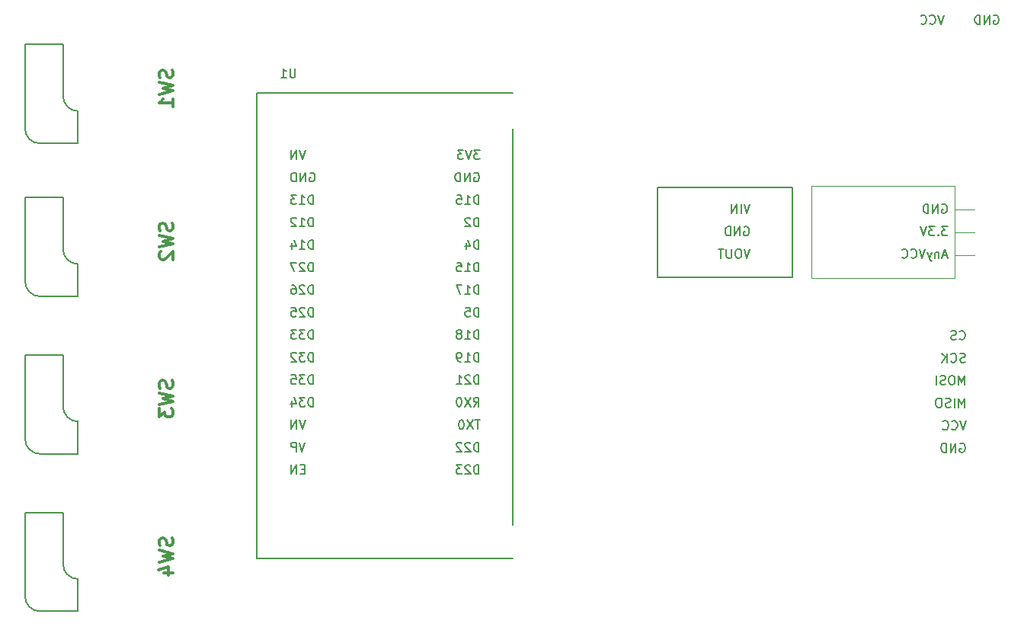
<source format=gbr>
%TF.GenerationSoftware,KiCad,Pcbnew,9.0.0*%
%TF.CreationDate,2025-03-21T00:34:27+09:00*%
%TF.ProjectId,osuino_v1,6f737569-6e6f-45f7-9631-2e6b69636164,rev?*%
%TF.SameCoordinates,Original*%
%TF.FileFunction,Legend,Bot*%
%TF.FilePolarity,Positive*%
%FSLAX46Y46*%
G04 Gerber Fmt 4.6, Leading zero omitted, Abs format (unit mm)*
G04 Created by KiCad (PCBNEW 9.0.0) date 2025-03-21 00:34:27*
%MOMM*%
%LPD*%
G01*
G04 APERTURE LIST*
%ADD10C,0.150000*%
%ADD11C,0.304800*%
%ADD12C,0.120000*%
G04 APERTURE END LIST*
D10*
X118000000Y-124780000D02*
X118000000Y-73010000D01*
X146450000Y-124780000D02*
X118000000Y-124780000D01*
X146450000Y-77000000D02*
X146450000Y-121000000D01*
X118000000Y-73010000D02*
X146450000Y-73010000D01*
X162500000Y-83500000D02*
X177500000Y-83500000D01*
X177500000Y-93500000D01*
X162500000Y-93500000D01*
X162500000Y-83500000D01*
X124265350Y-90369819D02*
X124265350Y-89369819D01*
X124265350Y-89369819D02*
X124027255Y-89369819D01*
X124027255Y-89369819D02*
X123884398Y-89417438D01*
X123884398Y-89417438D02*
X123789160Y-89512676D01*
X123789160Y-89512676D02*
X123741541Y-89607914D01*
X123741541Y-89607914D02*
X123693922Y-89798390D01*
X123693922Y-89798390D02*
X123693922Y-89941247D01*
X123693922Y-89941247D02*
X123741541Y-90131723D01*
X123741541Y-90131723D02*
X123789160Y-90226961D01*
X123789160Y-90226961D02*
X123884398Y-90322200D01*
X123884398Y-90322200D02*
X124027255Y-90369819D01*
X124027255Y-90369819D02*
X124265350Y-90369819D01*
X122741541Y-90369819D02*
X123312969Y-90369819D01*
X123027255Y-90369819D02*
X123027255Y-89369819D01*
X123027255Y-89369819D02*
X123122493Y-89512676D01*
X123122493Y-89512676D02*
X123217731Y-89607914D01*
X123217731Y-89607914D02*
X123312969Y-89655533D01*
X121884398Y-89703152D02*
X121884398Y-90369819D01*
X122122493Y-89322200D02*
X122360588Y-90036485D01*
X122360588Y-90036485D02*
X121741541Y-90036485D01*
X196139411Y-111997438D02*
X196234649Y-111949819D01*
X196234649Y-111949819D02*
X196377506Y-111949819D01*
X196377506Y-111949819D02*
X196520363Y-111997438D01*
X196520363Y-111997438D02*
X196615601Y-112092676D01*
X196615601Y-112092676D02*
X196663220Y-112187914D01*
X196663220Y-112187914D02*
X196710839Y-112378390D01*
X196710839Y-112378390D02*
X196710839Y-112521247D01*
X196710839Y-112521247D02*
X196663220Y-112711723D01*
X196663220Y-112711723D02*
X196615601Y-112806961D01*
X196615601Y-112806961D02*
X196520363Y-112902200D01*
X196520363Y-112902200D02*
X196377506Y-112949819D01*
X196377506Y-112949819D02*
X196282268Y-112949819D01*
X196282268Y-112949819D02*
X196139411Y-112902200D01*
X196139411Y-112902200D02*
X196091792Y-112854580D01*
X196091792Y-112854580D02*
X196091792Y-112521247D01*
X196091792Y-112521247D02*
X196282268Y-112521247D01*
X195663220Y-112949819D02*
X195663220Y-111949819D01*
X195663220Y-111949819D02*
X195091792Y-112949819D01*
X195091792Y-112949819D02*
X195091792Y-111949819D01*
X194615601Y-112949819D02*
X194615601Y-111949819D01*
X194615601Y-111949819D02*
X194377506Y-111949819D01*
X194377506Y-111949819D02*
X194234649Y-111997438D01*
X194234649Y-111997438D02*
X194139411Y-112092676D01*
X194139411Y-112092676D02*
X194091792Y-112187914D01*
X194091792Y-112187914D02*
X194044173Y-112378390D01*
X194044173Y-112378390D02*
X194044173Y-112521247D01*
X194044173Y-112521247D02*
X194091792Y-112711723D01*
X194091792Y-112711723D02*
X194139411Y-112806961D01*
X194139411Y-112806961D02*
X194234649Y-112902200D01*
X194234649Y-112902200D02*
X194377506Y-112949819D01*
X194377506Y-112949819D02*
X194615601Y-112949819D01*
X124265350Y-105369819D02*
X124265350Y-104369819D01*
X124265350Y-104369819D02*
X124027255Y-104369819D01*
X124027255Y-104369819D02*
X123884398Y-104417438D01*
X123884398Y-104417438D02*
X123789160Y-104512676D01*
X123789160Y-104512676D02*
X123741541Y-104607914D01*
X123741541Y-104607914D02*
X123693922Y-104798390D01*
X123693922Y-104798390D02*
X123693922Y-104941247D01*
X123693922Y-104941247D02*
X123741541Y-105131723D01*
X123741541Y-105131723D02*
X123789160Y-105226961D01*
X123789160Y-105226961D02*
X123884398Y-105322200D01*
X123884398Y-105322200D02*
X124027255Y-105369819D01*
X124027255Y-105369819D02*
X124265350Y-105369819D01*
X123360588Y-104369819D02*
X122741541Y-104369819D01*
X122741541Y-104369819D02*
X123074874Y-104750771D01*
X123074874Y-104750771D02*
X122932017Y-104750771D01*
X122932017Y-104750771D02*
X122836779Y-104798390D01*
X122836779Y-104798390D02*
X122789160Y-104846009D01*
X122789160Y-104846009D02*
X122741541Y-104941247D01*
X122741541Y-104941247D02*
X122741541Y-105179342D01*
X122741541Y-105179342D02*
X122789160Y-105274580D01*
X122789160Y-105274580D02*
X122836779Y-105322200D01*
X122836779Y-105322200D02*
X122932017Y-105369819D01*
X122932017Y-105369819D02*
X123217731Y-105369819D01*
X123217731Y-105369819D02*
X123312969Y-105322200D01*
X123312969Y-105322200D02*
X123360588Y-105274580D01*
X121836779Y-104369819D02*
X122312969Y-104369819D01*
X122312969Y-104369819D02*
X122360588Y-104846009D01*
X122360588Y-104846009D02*
X122312969Y-104798390D01*
X122312969Y-104798390D02*
X122217731Y-104750771D01*
X122217731Y-104750771D02*
X121979636Y-104750771D01*
X121979636Y-104750771D02*
X121884398Y-104798390D01*
X121884398Y-104798390D02*
X121836779Y-104846009D01*
X121836779Y-104846009D02*
X121789160Y-104941247D01*
X121789160Y-104941247D02*
X121789160Y-105179342D01*
X121789160Y-105179342D02*
X121836779Y-105274580D01*
X121836779Y-105274580D02*
X121884398Y-105322200D01*
X121884398Y-105322200D02*
X121979636Y-105369819D01*
X121979636Y-105369819D02*
X122217731Y-105369819D01*
X122217731Y-105369819D02*
X122312969Y-105322200D01*
X122312969Y-105322200D02*
X122360588Y-105274580D01*
X196710839Y-102902200D02*
X196567982Y-102949819D01*
X196567982Y-102949819D02*
X196329887Y-102949819D01*
X196329887Y-102949819D02*
X196234649Y-102902200D01*
X196234649Y-102902200D02*
X196187030Y-102854580D01*
X196187030Y-102854580D02*
X196139411Y-102759342D01*
X196139411Y-102759342D02*
X196139411Y-102664104D01*
X196139411Y-102664104D02*
X196187030Y-102568866D01*
X196187030Y-102568866D02*
X196234649Y-102521247D01*
X196234649Y-102521247D02*
X196329887Y-102473628D01*
X196329887Y-102473628D02*
X196520363Y-102426009D01*
X196520363Y-102426009D02*
X196615601Y-102378390D01*
X196615601Y-102378390D02*
X196663220Y-102330771D01*
X196663220Y-102330771D02*
X196710839Y-102235533D01*
X196710839Y-102235533D02*
X196710839Y-102140295D01*
X196710839Y-102140295D02*
X196663220Y-102045057D01*
X196663220Y-102045057D02*
X196615601Y-101997438D01*
X196615601Y-101997438D02*
X196520363Y-101949819D01*
X196520363Y-101949819D02*
X196282268Y-101949819D01*
X196282268Y-101949819D02*
X196139411Y-101997438D01*
X195139411Y-102854580D02*
X195187030Y-102902200D01*
X195187030Y-102902200D02*
X195329887Y-102949819D01*
X195329887Y-102949819D02*
X195425125Y-102949819D01*
X195425125Y-102949819D02*
X195567982Y-102902200D01*
X195567982Y-102902200D02*
X195663220Y-102806961D01*
X195663220Y-102806961D02*
X195710839Y-102711723D01*
X195710839Y-102711723D02*
X195758458Y-102521247D01*
X195758458Y-102521247D02*
X195758458Y-102378390D01*
X195758458Y-102378390D02*
X195710839Y-102187914D01*
X195710839Y-102187914D02*
X195663220Y-102092676D01*
X195663220Y-102092676D02*
X195567982Y-101997438D01*
X195567982Y-101997438D02*
X195425125Y-101949819D01*
X195425125Y-101949819D02*
X195329887Y-101949819D01*
X195329887Y-101949819D02*
X195187030Y-101997438D01*
X195187030Y-101997438D02*
X195139411Y-102045057D01*
X194710839Y-102949819D02*
X194710839Y-101949819D01*
X194139411Y-102949819D02*
X194567982Y-102378390D01*
X194139411Y-101949819D02*
X194710839Y-102521247D01*
X124265350Y-92869819D02*
X124265350Y-91869819D01*
X124265350Y-91869819D02*
X124027255Y-91869819D01*
X124027255Y-91869819D02*
X123884398Y-91917438D01*
X123884398Y-91917438D02*
X123789160Y-92012676D01*
X123789160Y-92012676D02*
X123741541Y-92107914D01*
X123741541Y-92107914D02*
X123693922Y-92298390D01*
X123693922Y-92298390D02*
X123693922Y-92441247D01*
X123693922Y-92441247D02*
X123741541Y-92631723D01*
X123741541Y-92631723D02*
X123789160Y-92726961D01*
X123789160Y-92726961D02*
X123884398Y-92822200D01*
X123884398Y-92822200D02*
X124027255Y-92869819D01*
X124027255Y-92869819D02*
X124265350Y-92869819D01*
X123312969Y-91965057D02*
X123265350Y-91917438D01*
X123265350Y-91917438D02*
X123170112Y-91869819D01*
X123170112Y-91869819D02*
X122932017Y-91869819D01*
X122932017Y-91869819D02*
X122836779Y-91917438D01*
X122836779Y-91917438D02*
X122789160Y-91965057D01*
X122789160Y-91965057D02*
X122741541Y-92060295D01*
X122741541Y-92060295D02*
X122741541Y-92155533D01*
X122741541Y-92155533D02*
X122789160Y-92298390D01*
X122789160Y-92298390D02*
X123360588Y-92869819D01*
X123360588Y-92869819D02*
X122741541Y-92869819D01*
X122408207Y-91869819D02*
X121741541Y-91869819D01*
X121741541Y-91869819D02*
X122170112Y-92869819D01*
X124265350Y-107869819D02*
X124265350Y-106869819D01*
X124265350Y-106869819D02*
X124027255Y-106869819D01*
X124027255Y-106869819D02*
X123884398Y-106917438D01*
X123884398Y-106917438D02*
X123789160Y-107012676D01*
X123789160Y-107012676D02*
X123741541Y-107107914D01*
X123741541Y-107107914D02*
X123693922Y-107298390D01*
X123693922Y-107298390D02*
X123693922Y-107441247D01*
X123693922Y-107441247D02*
X123741541Y-107631723D01*
X123741541Y-107631723D02*
X123789160Y-107726961D01*
X123789160Y-107726961D02*
X123884398Y-107822200D01*
X123884398Y-107822200D02*
X124027255Y-107869819D01*
X124027255Y-107869819D02*
X124265350Y-107869819D01*
X123360588Y-106869819D02*
X122741541Y-106869819D01*
X122741541Y-106869819D02*
X123074874Y-107250771D01*
X123074874Y-107250771D02*
X122932017Y-107250771D01*
X122932017Y-107250771D02*
X122836779Y-107298390D01*
X122836779Y-107298390D02*
X122789160Y-107346009D01*
X122789160Y-107346009D02*
X122741541Y-107441247D01*
X122741541Y-107441247D02*
X122741541Y-107679342D01*
X122741541Y-107679342D02*
X122789160Y-107774580D01*
X122789160Y-107774580D02*
X122836779Y-107822200D01*
X122836779Y-107822200D02*
X122932017Y-107869819D01*
X122932017Y-107869819D02*
X123217731Y-107869819D01*
X123217731Y-107869819D02*
X123312969Y-107822200D01*
X123312969Y-107822200D02*
X123360588Y-107774580D01*
X121884398Y-107203152D02*
X121884398Y-107869819D01*
X122122493Y-106822200D02*
X122360588Y-107536485D01*
X122360588Y-107536485D02*
X121741541Y-107536485D01*
X124265350Y-87869819D02*
X124265350Y-86869819D01*
X124265350Y-86869819D02*
X124027255Y-86869819D01*
X124027255Y-86869819D02*
X123884398Y-86917438D01*
X123884398Y-86917438D02*
X123789160Y-87012676D01*
X123789160Y-87012676D02*
X123741541Y-87107914D01*
X123741541Y-87107914D02*
X123693922Y-87298390D01*
X123693922Y-87298390D02*
X123693922Y-87441247D01*
X123693922Y-87441247D02*
X123741541Y-87631723D01*
X123741541Y-87631723D02*
X123789160Y-87726961D01*
X123789160Y-87726961D02*
X123884398Y-87822200D01*
X123884398Y-87822200D02*
X124027255Y-87869819D01*
X124027255Y-87869819D02*
X124265350Y-87869819D01*
X122741541Y-87869819D02*
X123312969Y-87869819D01*
X123027255Y-87869819D02*
X123027255Y-86869819D01*
X123027255Y-86869819D02*
X123122493Y-87012676D01*
X123122493Y-87012676D02*
X123217731Y-87107914D01*
X123217731Y-87107914D02*
X123312969Y-87155533D01*
X122360588Y-86965057D02*
X122312969Y-86917438D01*
X122312969Y-86917438D02*
X122217731Y-86869819D01*
X122217731Y-86869819D02*
X121979636Y-86869819D01*
X121979636Y-86869819D02*
X121884398Y-86917438D01*
X121884398Y-86917438D02*
X121836779Y-86965057D01*
X121836779Y-86965057D02*
X121789160Y-87060295D01*
X121789160Y-87060295D02*
X121789160Y-87155533D01*
X121789160Y-87155533D02*
X121836779Y-87298390D01*
X121836779Y-87298390D02*
X122408207Y-87869819D01*
X122408207Y-87869819D02*
X121789160Y-87869819D01*
X172806077Y-90369819D02*
X172472744Y-91369819D01*
X172472744Y-91369819D02*
X172139411Y-90369819D01*
X171615601Y-90369819D02*
X171425125Y-90369819D01*
X171425125Y-90369819D02*
X171329887Y-90417438D01*
X171329887Y-90417438D02*
X171234649Y-90512676D01*
X171234649Y-90512676D02*
X171187030Y-90703152D01*
X171187030Y-90703152D02*
X171187030Y-91036485D01*
X171187030Y-91036485D02*
X171234649Y-91226961D01*
X171234649Y-91226961D02*
X171329887Y-91322200D01*
X171329887Y-91322200D02*
X171425125Y-91369819D01*
X171425125Y-91369819D02*
X171615601Y-91369819D01*
X171615601Y-91369819D02*
X171710839Y-91322200D01*
X171710839Y-91322200D02*
X171806077Y-91226961D01*
X171806077Y-91226961D02*
X171853696Y-91036485D01*
X171853696Y-91036485D02*
X171853696Y-90703152D01*
X171853696Y-90703152D02*
X171806077Y-90512676D01*
X171806077Y-90512676D02*
X171710839Y-90417438D01*
X171710839Y-90417438D02*
X171615601Y-90369819D01*
X170758458Y-90369819D02*
X170758458Y-91179342D01*
X170758458Y-91179342D02*
X170710839Y-91274580D01*
X170710839Y-91274580D02*
X170663220Y-91322200D01*
X170663220Y-91322200D02*
X170567982Y-91369819D01*
X170567982Y-91369819D02*
X170377506Y-91369819D01*
X170377506Y-91369819D02*
X170282268Y-91322200D01*
X170282268Y-91322200D02*
X170234649Y-91274580D01*
X170234649Y-91274580D02*
X170187030Y-91179342D01*
X170187030Y-91179342D02*
X170187030Y-90369819D01*
X169853696Y-90369819D02*
X169282268Y-90369819D01*
X169567982Y-91369819D02*
X169567982Y-90369819D01*
X142663220Y-100369819D02*
X142663220Y-99369819D01*
X142663220Y-99369819D02*
X142425125Y-99369819D01*
X142425125Y-99369819D02*
X142282268Y-99417438D01*
X142282268Y-99417438D02*
X142187030Y-99512676D01*
X142187030Y-99512676D02*
X142139411Y-99607914D01*
X142139411Y-99607914D02*
X142091792Y-99798390D01*
X142091792Y-99798390D02*
X142091792Y-99941247D01*
X142091792Y-99941247D02*
X142139411Y-100131723D01*
X142139411Y-100131723D02*
X142187030Y-100226961D01*
X142187030Y-100226961D02*
X142282268Y-100322200D01*
X142282268Y-100322200D02*
X142425125Y-100369819D01*
X142425125Y-100369819D02*
X142663220Y-100369819D01*
X141139411Y-100369819D02*
X141710839Y-100369819D01*
X141425125Y-100369819D02*
X141425125Y-99369819D01*
X141425125Y-99369819D02*
X141520363Y-99512676D01*
X141520363Y-99512676D02*
X141615601Y-99607914D01*
X141615601Y-99607914D02*
X141710839Y-99655533D01*
X140567982Y-99798390D02*
X140663220Y-99750771D01*
X140663220Y-99750771D02*
X140710839Y-99703152D01*
X140710839Y-99703152D02*
X140758458Y-99607914D01*
X140758458Y-99607914D02*
X140758458Y-99560295D01*
X140758458Y-99560295D02*
X140710839Y-99465057D01*
X140710839Y-99465057D02*
X140663220Y-99417438D01*
X140663220Y-99417438D02*
X140567982Y-99369819D01*
X140567982Y-99369819D02*
X140377506Y-99369819D01*
X140377506Y-99369819D02*
X140282268Y-99417438D01*
X140282268Y-99417438D02*
X140234649Y-99465057D01*
X140234649Y-99465057D02*
X140187030Y-99560295D01*
X140187030Y-99560295D02*
X140187030Y-99607914D01*
X140187030Y-99607914D02*
X140234649Y-99703152D01*
X140234649Y-99703152D02*
X140282268Y-99750771D01*
X140282268Y-99750771D02*
X140377506Y-99798390D01*
X140377506Y-99798390D02*
X140567982Y-99798390D01*
X140567982Y-99798390D02*
X140663220Y-99846009D01*
X140663220Y-99846009D02*
X140710839Y-99893628D01*
X140710839Y-99893628D02*
X140758458Y-99988866D01*
X140758458Y-99988866D02*
X140758458Y-100179342D01*
X140758458Y-100179342D02*
X140710839Y-100274580D01*
X140710839Y-100274580D02*
X140663220Y-100322200D01*
X140663220Y-100322200D02*
X140567982Y-100369819D01*
X140567982Y-100369819D02*
X140377506Y-100369819D01*
X140377506Y-100369819D02*
X140282268Y-100322200D01*
X140282268Y-100322200D02*
X140234649Y-100274580D01*
X140234649Y-100274580D02*
X140187030Y-100179342D01*
X140187030Y-100179342D02*
X140187030Y-99988866D01*
X140187030Y-99988866D02*
X140234649Y-99893628D01*
X140234649Y-99893628D02*
X140282268Y-99846009D01*
X140282268Y-99846009D02*
X140377506Y-99798390D01*
X124265350Y-95369819D02*
X124265350Y-94369819D01*
X124265350Y-94369819D02*
X124027255Y-94369819D01*
X124027255Y-94369819D02*
X123884398Y-94417438D01*
X123884398Y-94417438D02*
X123789160Y-94512676D01*
X123789160Y-94512676D02*
X123741541Y-94607914D01*
X123741541Y-94607914D02*
X123693922Y-94798390D01*
X123693922Y-94798390D02*
X123693922Y-94941247D01*
X123693922Y-94941247D02*
X123741541Y-95131723D01*
X123741541Y-95131723D02*
X123789160Y-95226961D01*
X123789160Y-95226961D02*
X123884398Y-95322200D01*
X123884398Y-95322200D02*
X124027255Y-95369819D01*
X124027255Y-95369819D02*
X124265350Y-95369819D01*
X123312969Y-94465057D02*
X123265350Y-94417438D01*
X123265350Y-94417438D02*
X123170112Y-94369819D01*
X123170112Y-94369819D02*
X122932017Y-94369819D01*
X122932017Y-94369819D02*
X122836779Y-94417438D01*
X122836779Y-94417438D02*
X122789160Y-94465057D01*
X122789160Y-94465057D02*
X122741541Y-94560295D01*
X122741541Y-94560295D02*
X122741541Y-94655533D01*
X122741541Y-94655533D02*
X122789160Y-94798390D01*
X122789160Y-94798390D02*
X123360588Y-95369819D01*
X123360588Y-95369819D02*
X122741541Y-95369819D01*
X121884398Y-94369819D02*
X122074874Y-94369819D01*
X122074874Y-94369819D02*
X122170112Y-94417438D01*
X122170112Y-94417438D02*
X122217731Y-94465057D01*
X122217731Y-94465057D02*
X122312969Y-94607914D01*
X122312969Y-94607914D02*
X122360588Y-94798390D01*
X122360588Y-94798390D02*
X122360588Y-95179342D01*
X122360588Y-95179342D02*
X122312969Y-95274580D01*
X122312969Y-95274580D02*
X122265350Y-95322200D01*
X122265350Y-95322200D02*
X122170112Y-95369819D01*
X122170112Y-95369819D02*
X121979636Y-95369819D01*
X121979636Y-95369819D02*
X121884398Y-95322200D01*
X121884398Y-95322200D02*
X121836779Y-95274580D01*
X121836779Y-95274580D02*
X121789160Y-95179342D01*
X121789160Y-95179342D02*
X121789160Y-94941247D01*
X121789160Y-94941247D02*
X121836779Y-94846009D01*
X121836779Y-94846009D02*
X121884398Y-94798390D01*
X121884398Y-94798390D02*
X121979636Y-94750771D01*
X121979636Y-94750771D02*
X122170112Y-94750771D01*
X122170112Y-94750771D02*
X122265350Y-94798390D01*
X122265350Y-94798390D02*
X122312969Y-94846009D01*
X122312969Y-94846009D02*
X122360588Y-94941247D01*
X194710839Y-91084104D02*
X194234649Y-91084104D01*
X194806077Y-91369819D02*
X194472744Y-90369819D01*
X194472744Y-90369819D02*
X194139411Y-91369819D01*
X193806077Y-90703152D02*
X193806077Y-91369819D01*
X193806077Y-90798390D02*
X193758458Y-90750771D01*
X193758458Y-90750771D02*
X193663220Y-90703152D01*
X193663220Y-90703152D02*
X193520363Y-90703152D01*
X193520363Y-90703152D02*
X193425125Y-90750771D01*
X193425125Y-90750771D02*
X193377506Y-90846009D01*
X193377506Y-90846009D02*
X193377506Y-91369819D01*
X192996553Y-90703152D02*
X192758458Y-91369819D01*
X192520363Y-90703152D02*
X192758458Y-91369819D01*
X192758458Y-91369819D02*
X192853696Y-91607914D01*
X192853696Y-91607914D02*
X192901315Y-91655533D01*
X192901315Y-91655533D02*
X192996553Y-91703152D01*
X192282267Y-90369819D02*
X191948934Y-91369819D01*
X191948934Y-91369819D02*
X191615601Y-90369819D01*
X190710839Y-91274580D02*
X190758458Y-91322200D01*
X190758458Y-91322200D02*
X190901315Y-91369819D01*
X190901315Y-91369819D02*
X190996553Y-91369819D01*
X190996553Y-91369819D02*
X191139410Y-91322200D01*
X191139410Y-91322200D02*
X191234648Y-91226961D01*
X191234648Y-91226961D02*
X191282267Y-91131723D01*
X191282267Y-91131723D02*
X191329886Y-90941247D01*
X191329886Y-90941247D02*
X191329886Y-90798390D01*
X191329886Y-90798390D02*
X191282267Y-90607914D01*
X191282267Y-90607914D02*
X191234648Y-90512676D01*
X191234648Y-90512676D02*
X191139410Y-90417438D01*
X191139410Y-90417438D02*
X190996553Y-90369819D01*
X190996553Y-90369819D02*
X190901315Y-90369819D01*
X190901315Y-90369819D02*
X190758458Y-90417438D01*
X190758458Y-90417438D02*
X190710839Y-90465057D01*
X189710839Y-91274580D02*
X189758458Y-91322200D01*
X189758458Y-91322200D02*
X189901315Y-91369819D01*
X189901315Y-91369819D02*
X189996553Y-91369819D01*
X189996553Y-91369819D02*
X190139410Y-91322200D01*
X190139410Y-91322200D02*
X190234648Y-91226961D01*
X190234648Y-91226961D02*
X190282267Y-91131723D01*
X190282267Y-91131723D02*
X190329886Y-90941247D01*
X190329886Y-90941247D02*
X190329886Y-90798390D01*
X190329886Y-90798390D02*
X190282267Y-90607914D01*
X190282267Y-90607914D02*
X190234648Y-90512676D01*
X190234648Y-90512676D02*
X190139410Y-90417438D01*
X190139410Y-90417438D02*
X189996553Y-90369819D01*
X189996553Y-90369819D02*
X189901315Y-90369819D01*
X189901315Y-90369819D02*
X189758458Y-90417438D01*
X189758458Y-90417438D02*
X189710839Y-90465057D01*
X124265350Y-100369819D02*
X124265350Y-99369819D01*
X124265350Y-99369819D02*
X124027255Y-99369819D01*
X124027255Y-99369819D02*
X123884398Y-99417438D01*
X123884398Y-99417438D02*
X123789160Y-99512676D01*
X123789160Y-99512676D02*
X123741541Y-99607914D01*
X123741541Y-99607914D02*
X123693922Y-99798390D01*
X123693922Y-99798390D02*
X123693922Y-99941247D01*
X123693922Y-99941247D02*
X123741541Y-100131723D01*
X123741541Y-100131723D02*
X123789160Y-100226961D01*
X123789160Y-100226961D02*
X123884398Y-100322200D01*
X123884398Y-100322200D02*
X124027255Y-100369819D01*
X124027255Y-100369819D02*
X124265350Y-100369819D01*
X123360588Y-99369819D02*
X122741541Y-99369819D01*
X122741541Y-99369819D02*
X123074874Y-99750771D01*
X123074874Y-99750771D02*
X122932017Y-99750771D01*
X122932017Y-99750771D02*
X122836779Y-99798390D01*
X122836779Y-99798390D02*
X122789160Y-99846009D01*
X122789160Y-99846009D02*
X122741541Y-99941247D01*
X122741541Y-99941247D02*
X122741541Y-100179342D01*
X122741541Y-100179342D02*
X122789160Y-100274580D01*
X122789160Y-100274580D02*
X122836779Y-100322200D01*
X122836779Y-100322200D02*
X122932017Y-100369819D01*
X122932017Y-100369819D02*
X123217731Y-100369819D01*
X123217731Y-100369819D02*
X123312969Y-100322200D01*
X123312969Y-100322200D02*
X123360588Y-100274580D01*
X122408207Y-99369819D02*
X121789160Y-99369819D01*
X121789160Y-99369819D02*
X122122493Y-99750771D01*
X122122493Y-99750771D02*
X121979636Y-99750771D01*
X121979636Y-99750771D02*
X121884398Y-99798390D01*
X121884398Y-99798390D02*
X121836779Y-99846009D01*
X121836779Y-99846009D02*
X121789160Y-99941247D01*
X121789160Y-99941247D02*
X121789160Y-100179342D01*
X121789160Y-100179342D02*
X121836779Y-100274580D01*
X121836779Y-100274580D02*
X121884398Y-100322200D01*
X121884398Y-100322200D02*
X121979636Y-100369819D01*
X121979636Y-100369819D02*
X122265350Y-100369819D01*
X122265350Y-100369819D02*
X122360588Y-100322200D01*
X122360588Y-100322200D02*
X122408207Y-100274580D01*
X196806077Y-109449819D02*
X196472744Y-110449819D01*
X196472744Y-110449819D02*
X196139411Y-109449819D01*
X195234649Y-110354580D02*
X195282268Y-110402200D01*
X195282268Y-110402200D02*
X195425125Y-110449819D01*
X195425125Y-110449819D02*
X195520363Y-110449819D01*
X195520363Y-110449819D02*
X195663220Y-110402200D01*
X195663220Y-110402200D02*
X195758458Y-110306961D01*
X195758458Y-110306961D02*
X195806077Y-110211723D01*
X195806077Y-110211723D02*
X195853696Y-110021247D01*
X195853696Y-110021247D02*
X195853696Y-109878390D01*
X195853696Y-109878390D02*
X195806077Y-109687914D01*
X195806077Y-109687914D02*
X195758458Y-109592676D01*
X195758458Y-109592676D02*
X195663220Y-109497438D01*
X195663220Y-109497438D02*
X195520363Y-109449819D01*
X195520363Y-109449819D02*
X195425125Y-109449819D01*
X195425125Y-109449819D02*
X195282268Y-109497438D01*
X195282268Y-109497438D02*
X195234649Y-109545057D01*
X194234649Y-110354580D02*
X194282268Y-110402200D01*
X194282268Y-110402200D02*
X194425125Y-110449819D01*
X194425125Y-110449819D02*
X194520363Y-110449819D01*
X194520363Y-110449819D02*
X194663220Y-110402200D01*
X194663220Y-110402200D02*
X194758458Y-110306961D01*
X194758458Y-110306961D02*
X194806077Y-110211723D01*
X194806077Y-110211723D02*
X194853696Y-110021247D01*
X194853696Y-110021247D02*
X194853696Y-109878390D01*
X194853696Y-109878390D02*
X194806077Y-109687914D01*
X194806077Y-109687914D02*
X194758458Y-109592676D01*
X194758458Y-109592676D02*
X194663220Y-109497438D01*
X194663220Y-109497438D02*
X194520363Y-109449819D01*
X194520363Y-109449819D02*
X194425125Y-109449819D01*
X194425125Y-109449819D02*
X194282268Y-109497438D01*
X194282268Y-109497438D02*
X194234649Y-109545057D01*
X196663220Y-107949819D02*
X196663220Y-106949819D01*
X196663220Y-106949819D02*
X196329887Y-107664104D01*
X196329887Y-107664104D02*
X195996554Y-106949819D01*
X195996554Y-106949819D02*
X195996554Y-107949819D01*
X195520363Y-107949819D02*
X195520363Y-106949819D01*
X195091792Y-107902200D02*
X194948935Y-107949819D01*
X194948935Y-107949819D02*
X194710840Y-107949819D01*
X194710840Y-107949819D02*
X194615602Y-107902200D01*
X194615602Y-107902200D02*
X194567983Y-107854580D01*
X194567983Y-107854580D02*
X194520364Y-107759342D01*
X194520364Y-107759342D02*
X194520364Y-107664104D01*
X194520364Y-107664104D02*
X194567983Y-107568866D01*
X194567983Y-107568866D02*
X194615602Y-107521247D01*
X194615602Y-107521247D02*
X194710840Y-107473628D01*
X194710840Y-107473628D02*
X194901316Y-107426009D01*
X194901316Y-107426009D02*
X194996554Y-107378390D01*
X194996554Y-107378390D02*
X195044173Y-107330771D01*
X195044173Y-107330771D02*
X195091792Y-107235533D01*
X195091792Y-107235533D02*
X195091792Y-107140295D01*
X195091792Y-107140295D02*
X195044173Y-107045057D01*
X195044173Y-107045057D02*
X194996554Y-106997438D01*
X194996554Y-106997438D02*
X194901316Y-106949819D01*
X194901316Y-106949819D02*
X194663221Y-106949819D01*
X194663221Y-106949819D02*
X194520364Y-106997438D01*
X193901316Y-106949819D02*
X193710840Y-106949819D01*
X193710840Y-106949819D02*
X193615602Y-106997438D01*
X193615602Y-106997438D02*
X193520364Y-107092676D01*
X193520364Y-107092676D02*
X193472745Y-107283152D01*
X193472745Y-107283152D02*
X193472745Y-107616485D01*
X193472745Y-107616485D02*
X193520364Y-107806961D01*
X193520364Y-107806961D02*
X193615602Y-107902200D01*
X193615602Y-107902200D02*
X193710840Y-107949819D01*
X193710840Y-107949819D02*
X193901316Y-107949819D01*
X193901316Y-107949819D02*
X193996554Y-107902200D01*
X193996554Y-107902200D02*
X194091792Y-107806961D01*
X194091792Y-107806961D02*
X194139411Y-107616485D01*
X194139411Y-107616485D02*
X194139411Y-107283152D01*
X194139411Y-107283152D02*
X194091792Y-107092676D01*
X194091792Y-107092676D02*
X193996554Y-106997438D01*
X193996554Y-106997438D02*
X193901316Y-106949819D01*
X123408207Y-79369819D02*
X123074874Y-80369819D01*
X123074874Y-80369819D02*
X122741541Y-79369819D01*
X122408207Y-80369819D02*
X122408207Y-79369819D01*
X122408207Y-79369819D02*
X121836779Y-80369819D01*
X121836779Y-80369819D02*
X121836779Y-79369819D01*
X142663220Y-95369819D02*
X142663220Y-94369819D01*
X142663220Y-94369819D02*
X142425125Y-94369819D01*
X142425125Y-94369819D02*
X142282268Y-94417438D01*
X142282268Y-94417438D02*
X142187030Y-94512676D01*
X142187030Y-94512676D02*
X142139411Y-94607914D01*
X142139411Y-94607914D02*
X142091792Y-94798390D01*
X142091792Y-94798390D02*
X142091792Y-94941247D01*
X142091792Y-94941247D02*
X142139411Y-95131723D01*
X142139411Y-95131723D02*
X142187030Y-95226961D01*
X142187030Y-95226961D02*
X142282268Y-95322200D01*
X142282268Y-95322200D02*
X142425125Y-95369819D01*
X142425125Y-95369819D02*
X142663220Y-95369819D01*
X141139411Y-95369819D02*
X141710839Y-95369819D01*
X141425125Y-95369819D02*
X141425125Y-94369819D01*
X141425125Y-94369819D02*
X141520363Y-94512676D01*
X141520363Y-94512676D02*
X141615601Y-94607914D01*
X141615601Y-94607914D02*
X141710839Y-94655533D01*
X140806077Y-94369819D02*
X140139411Y-94369819D01*
X140139411Y-94369819D02*
X140567982Y-95369819D01*
X142663220Y-85369819D02*
X142663220Y-84369819D01*
X142663220Y-84369819D02*
X142425125Y-84369819D01*
X142425125Y-84369819D02*
X142282268Y-84417438D01*
X142282268Y-84417438D02*
X142187030Y-84512676D01*
X142187030Y-84512676D02*
X142139411Y-84607914D01*
X142139411Y-84607914D02*
X142091792Y-84798390D01*
X142091792Y-84798390D02*
X142091792Y-84941247D01*
X142091792Y-84941247D02*
X142139411Y-85131723D01*
X142139411Y-85131723D02*
X142187030Y-85226961D01*
X142187030Y-85226961D02*
X142282268Y-85322200D01*
X142282268Y-85322200D02*
X142425125Y-85369819D01*
X142425125Y-85369819D02*
X142663220Y-85369819D01*
X141139411Y-85369819D02*
X141710839Y-85369819D01*
X141425125Y-85369819D02*
X141425125Y-84369819D01*
X141425125Y-84369819D02*
X141520363Y-84512676D01*
X141520363Y-84512676D02*
X141615601Y-84607914D01*
X141615601Y-84607914D02*
X141710839Y-84655533D01*
X140234649Y-84369819D02*
X140710839Y-84369819D01*
X140710839Y-84369819D02*
X140758458Y-84846009D01*
X140758458Y-84846009D02*
X140710839Y-84798390D01*
X140710839Y-84798390D02*
X140615601Y-84750771D01*
X140615601Y-84750771D02*
X140377506Y-84750771D01*
X140377506Y-84750771D02*
X140282268Y-84798390D01*
X140282268Y-84798390D02*
X140234649Y-84846009D01*
X140234649Y-84846009D02*
X140187030Y-84941247D01*
X140187030Y-84941247D02*
X140187030Y-85179342D01*
X140187030Y-85179342D02*
X140234649Y-85274580D01*
X140234649Y-85274580D02*
X140282268Y-85322200D01*
X140282268Y-85322200D02*
X140377506Y-85369819D01*
X140377506Y-85369819D02*
X140615601Y-85369819D01*
X140615601Y-85369819D02*
X140710839Y-85322200D01*
X140710839Y-85322200D02*
X140758458Y-85274580D01*
X142806077Y-109369819D02*
X142234649Y-109369819D01*
X142520363Y-110369819D02*
X142520363Y-109369819D01*
X141996553Y-109369819D02*
X141329887Y-110369819D01*
X141329887Y-109369819D02*
X141996553Y-110369819D01*
X140758458Y-109369819D02*
X140663220Y-109369819D01*
X140663220Y-109369819D02*
X140567982Y-109417438D01*
X140567982Y-109417438D02*
X140520363Y-109465057D01*
X140520363Y-109465057D02*
X140472744Y-109560295D01*
X140472744Y-109560295D02*
X140425125Y-109750771D01*
X140425125Y-109750771D02*
X140425125Y-109988866D01*
X140425125Y-109988866D02*
X140472744Y-110179342D01*
X140472744Y-110179342D02*
X140520363Y-110274580D01*
X140520363Y-110274580D02*
X140567982Y-110322200D01*
X140567982Y-110322200D02*
X140663220Y-110369819D01*
X140663220Y-110369819D02*
X140758458Y-110369819D01*
X140758458Y-110369819D02*
X140853696Y-110322200D01*
X140853696Y-110322200D02*
X140901315Y-110274580D01*
X140901315Y-110274580D02*
X140948934Y-110179342D01*
X140948934Y-110179342D02*
X140996553Y-109988866D01*
X140996553Y-109988866D02*
X140996553Y-109750771D01*
X140996553Y-109750771D02*
X140948934Y-109560295D01*
X140948934Y-109560295D02*
X140901315Y-109465057D01*
X140901315Y-109465057D02*
X140853696Y-109417438D01*
X140853696Y-109417438D02*
X140758458Y-109369819D01*
X123884398Y-81917438D02*
X123979636Y-81869819D01*
X123979636Y-81869819D02*
X124122493Y-81869819D01*
X124122493Y-81869819D02*
X124265350Y-81917438D01*
X124265350Y-81917438D02*
X124360588Y-82012676D01*
X124360588Y-82012676D02*
X124408207Y-82107914D01*
X124408207Y-82107914D02*
X124455826Y-82298390D01*
X124455826Y-82298390D02*
X124455826Y-82441247D01*
X124455826Y-82441247D02*
X124408207Y-82631723D01*
X124408207Y-82631723D02*
X124360588Y-82726961D01*
X124360588Y-82726961D02*
X124265350Y-82822200D01*
X124265350Y-82822200D02*
X124122493Y-82869819D01*
X124122493Y-82869819D02*
X124027255Y-82869819D01*
X124027255Y-82869819D02*
X123884398Y-82822200D01*
X123884398Y-82822200D02*
X123836779Y-82774580D01*
X123836779Y-82774580D02*
X123836779Y-82441247D01*
X123836779Y-82441247D02*
X124027255Y-82441247D01*
X123408207Y-82869819D02*
X123408207Y-81869819D01*
X123408207Y-81869819D02*
X122836779Y-82869819D01*
X122836779Y-82869819D02*
X122836779Y-81869819D01*
X122360588Y-82869819D02*
X122360588Y-81869819D01*
X122360588Y-81869819D02*
X122122493Y-81869819D01*
X122122493Y-81869819D02*
X121979636Y-81917438D01*
X121979636Y-81917438D02*
X121884398Y-82012676D01*
X121884398Y-82012676D02*
X121836779Y-82107914D01*
X121836779Y-82107914D02*
X121789160Y-82298390D01*
X121789160Y-82298390D02*
X121789160Y-82441247D01*
X121789160Y-82441247D02*
X121836779Y-82631723D01*
X121836779Y-82631723D02*
X121884398Y-82726961D01*
X121884398Y-82726961D02*
X121979636Y-82822200D01*
X121979636Y-82822200D02*
X122122493Y-82869819D01*
X122122493Y-82869819D02*
X122360588Y-82869819D01*
X142139411Y-81917438D02*
X142234649Y-81869819D01*
X142234649Y-81869819D02*
X142377506Y-81869819D01*
X142377506Y-81869819D02*
X142520363Y-81917438D01*
X142520363Y-81917438D02*
X142615601Y-82012676D01*
X142615601Y-82012676D02*
X142663220Y-82107914D01*
X142663220Y-82107914D02*
X142710839Y-82298390D01*
X142710839Y-82298390D02*
X142710839Y-82441247D01*
X142710839Y-82441247D02*
X142663220Y-82631723D01*
X142663220Y-82631723D02*
X142615601Y-82726961D01*
X142615601Y-82726961D02*
X142520363Y-82822200D01*
X142520363Y-82822200D02*
X142377506Y-82869819D01*
X142377506Y-82869819D02*
X142282268Y-82869819D01*
X142282268Y-82869819D02*
X142139411Y-82822200D01*
X142139411Y-82822200D02*
X142091792Y-82774580D01*
X142091792Y-82774580D02*
X142091792Y-82441247D01*
X142091792Y-82441247D02*
X142282268Y-82441247D01*
X141663220Y-82869819D02*
X141663220Y-81869819D01*
X141663220Y-81869819D02*
X141091792Y-82869819D01*
X141091792Y-82869819D02*
X141091792Y-81869819D01*
X140615601Y-82869819D02*
X140615601Y-81869819D01*
X140615601Y-81869819D02*
X140377506Y-81869819D01*
X140377506Y-81869819D02*
X140234649Y-81917438D01*
X140234649Y-81917438D02*
X140139411Y-82012676D01*
X140139411Y-82012676D02*
X140091792Y-82107914D01*
X140091792Y-82107914D02*
X140044173Y-82298390D01*
X140044173Y-82298390D02*
X140044173Y-82441247D01*
X140044173Y-82441247D02*
X140091792Y-82631723D01*
X140091792Y-82631723D02*
X140139411Y-82726961D01*
X140139411Y-82726961D02*
X140234649Y-82822200D01*
X140234649Y-82822200D02*
X140377506Y-82869819D01*
X140377506Y-82869819D02*
X140615601Y-82869819D01*
X199884398Y-64417438D02*
X199979636Y-64369819D01*
X199979636Y-64369819D02*
X200122493Y-64369819D01*
X200122493Y-64369819D02*
X200265350Y-64417438D01*
X200265350Y-64417438D02*
X200360588Y-64512676D01*
X200360588Y-64512676D02*
X200408207Y-64607914D01*
X200408207Y-64607914D02*
X200455826Y-64798390D01*
X200455826Y-64798390D02*
X200455826Y-64941247D01*
X200455826Y-64941247D02*
X200408207Y-65131723D01*
X200408207Y-65131723D02*
X200360588Y-65226961D01*
X200360588Y-65226961D02*
X200265350Y-65322200D01*
X200265350Y-65322200D02*
X200122493Y-65369819D01*
X200122493Y-65369819D02*
X200027255Y-65369819D01*
X200027255Y-65369819D02*
X199884398Y-65322200D01*
X199884398Y-65322200D02*
X199836779Y-65274580D01*
X199836779Y-65274580D02*
X199836779Y-64941247D01*
X199836779Y-64941247D02*
X200027255Y-64941247D01*
X199408207Y-65369819D02*
X199408207Y-64369819D01*
X199408207Y-64369819D02*
X198836779Y-65369819D01*
X198836779Y-65369819D02*
X198836779Y-64369819D01*
X198360588Y-65369819D02*
X198360588Y-64369819D01*
X198360588Y-64369819D02*
X198122493Y-64369819D01*
X198122493Y-64369819D02*
X197979636Y-64417438D01*
X197979636Y-64417438D02*
X197884398Y-64512676D01*
X197884398Y-64512676D02*
X197836779Y-64607914D01*
X197836779Y-64607914D02*
X197789160Y-64798390D01*
X197789160Y-64798390D02*
X197789160Y-64941247D01*
X197789160Y-64941247D02*
X197836779Y-65131723D01*
X197836779Y-65131723D02*
X197884398Y-65226961D01*
X197884398Y-65226961D02*
X197979636Y-65322200D01*
X197979636Y-65322200D02*
X198122493Y-65369819D01*
X198122493Y-65369819D02*
X198360588Y-65369819D01*
X142091792Y-107869819D02*
X142425125Y-107393628D01*
X142663220Y-107869819D02*
X142663220Y-106869819D01*
X142663220Y-106869819D02*
X142282268Y-106869819D01*
X142282268Y-106869819D02*
X142187030Y-106917438D01*
X142187030Y-106917438D02*
X142139411Y-106965057D01*
X142139411Y-106965057D02*
X142091792Y-107060295D01*
X142091792Y-107060295D02*
X142091792Y-107203152D01*
X142091792Y-107203152D02*
X142139411Y-107298390D01*
X142139411Y-107298390D02*
X142187030Y-107346009D01*
X142187030Y-107346009D02*
X142282268Y-107393628D01*
X142282268Y-107393628D02*
X142663220Y-107393628D01*
X141758458Y-106869819D02*
X141091792Y-107869819D01*
X141091792Y-106869819D02*
X141758458Y-107869819D01*
X140520363Y-106869819D02*
X140425125Y-106869819D01*
X140425125Y-106869819D02*
X140329887Y-106917438D01*
X140329887Y-106917438D02*
X140282268Y-106965057D01*
X140282268Y-106965057D02*
X140234649Y-107060295D01*
X140234649Y-107060295D02*
X140187030Y-107250771D01*
X140187030Y-107250771D02*
X140187030Y-107488866D01*
X140187030Y-107488866D02*
X140234649Y-107679342D01*
X140234649Y-107679342D02*
X140282268Y-107774580D01*
X140282268Y-107774580D02*
X140329887Y-107822200D01*
X140329887Y-107822200D02*
X140425125Y-107869819D01*
X140425125Y-107869819D02*
X140520363Y-107869819D01*
X140520363Y-107869819D02*
X140615601Y-107822200D01*
X140615601Y-107822200D02*
X140663220Y-107774580D01*
X140663220Y-107774580D02*
X140710839Y-107679342D01*
X140710839Y-107679342D02*
X140758458Y-107488866D01*
X140758458Y-107488866D02*
X140758458Y-107250771D01*
X140758458Y-107250771D02*
X140710839Y-107060295D01*
X140710839Y-107060295D02*
X140663220Y-106965057D01*
X140663220Y-106965057D02*
X140615601Y-106917438D01*
X140615601Y-106917438D02*
X140520363Y-106869819D01*
X142663220Y-102869819D02*
X142663220Y-101869819D01*
X142663220Y-101869819D02*
X142425125Y-101869819D01*
X142425125Y-101869819D02*
X142282268Y-101917438D01*
X142282268Y-101917438D02*
X142187030Y-102012676D01*
X142187030Y-102012676D02*
X142139411Y-102107914D01*
X142139411Y-102107914D02*
X142091792Y-102298390D01*
X142091792Y-102298390D02*
X142091792Y-102441247D01*
X142091792Y-102441247D02*
X142139411Y-102631723D01*
X142139411Y-102631723D02*
X142187030Y-102726961D01*
X142187030Y-102726961D02*
X142282268Y-102822200D01*
X142282268Y-102822200D02*
X142425125Y-102869819D01*
X142425125Y-102869819D02*
X142663220Y-102869819D01*
X141139411Y-102869819D02*
X141710839Y-102869819D01*
X141425125Y-102869819D02*
X141425125Y-101869819D01*
X141425125Y-101869819D02*
X141520363Y-102012676D01*
X141520363Y-102012676D02*
X141615601Y-102107914D01*
X141615601Y-102107914D02*
X141710839Y-102155533D01*
X140663220Y-102869819D02*
X140472744Y-102869819D01*
X140472744Y-102869819D02*
X140377506Y-102822200D01*
X140377506Y-102822200D02*
X140329887Y-102774580D01*
X140329887Y-102774580D02*
X140234649Y-102631723D01*
X140234649Y-102631723D02*
X140187030Y-102441247D01*
X140187030Y-102441247D02*
X140187030Y-102060295D01*
X140187030Y-102060295D02*
X140234649Y-101965057D01*
X140234649Y-101965057D02*
X140282268Y-101917438D01*
X140282268Y-101917438D02*
X140377506Y-101869819D01*
X140377506Y-101869819D02*
X140567982Y-101869819D01*
X140567982Y-101869819D02*
X140663220Y-101917438D01*
X140663220Y-101917438D02*
X140710839Y-101965057D01*
X140710839Y-101965057D02*
X140758458Y-102060295D01*
X140758458Y-102060295D02*
X140758458Y-102298390D01*
X140758458Y-102298390D02*
X140710839Y-102393628D01*
X140710839Y-102393628D02*
X140663220Y-102441247D01*
X140663220Y-102441247D02*
X140567982Y-102488866D01*
X140567982Y-102488866D02*
X140377506Y-102488866D01*
X140377506Y-102488866D02*
X140282268Y-102441247D01*
X140282268Y-102441247D02*
X140234649Y-102393628D01*
X140234649Y-102393628D02*
X140187030Y-102298390D01*
X123408207Y-109369819D02*
X123074874Y-110369819D01*
X123074874Y-110369819D02*
X122741541Y-109369819D01*
X122408207Y-110369819D02*
X122408207Y-109369819D01*
X122408207Y-109369819D02*
X121836779Y-110369819D01*
X121836779Y-110369819D02*
X121836779Y-109369819D01*
X142663220Y-92869819D02*
X142663220Y-91869819D01*
X142663220Y-91869819D02*
X142425125Y-91869819D01*
X142425125Y-91869819D02*
X142282268Y-91917438D01*
X142282268Y-91917438D02*
X142187030Y-92012676D01*
X142187030Y-92012676D02*
X142139411Y-92107914D01*
X142139411Y-92107914D02*
X142091792Y-92298390D01*
X142091792Y-92298390D02*
X142091792Y-92441247D01*
X142091792Y-92441247D02*
X142139411Y-92631723D01*
X142139411Y-92631723D02*
X142187030Y-92726961D01*
X142187030Y-92726961D02*
X142282268Y-92822200D01*
X142282268Y-92822200D02*
X142425125Y-92869819D01*
X142425125Y-92869819D02*
X142663220Y-92869819D01*
X141139411Y-92869819D02*
X141710839Y-92869819D01*
X141425125Y-92869819D02*
X141425125Y-91869819D01*
X141425125Y-91869819D02*
X141520363Y-92012676D01*
X141520363Y-92012676D02*
X141615601Y-92107914D01*
X141615601Y-92107914D02*
X141710839Y-92155533D01*
X140234649Y-91869819D02*
X140710839Y-91869819D01*
X140710839Y-91869819D02*
X140758458Y-92346009D01*
X140758458Y-92346009D02*
X140710839Y-92298390D01*
X140710839Y-92298390D02*
X140615601Y-92250771D01*
X140615601Y-92250771D02*
X140377506Y-92250771D01*
X140377506Y-92250771D02*
X140282268Y-92298390D01*
X140282268Y-92298390D02*
X140234649Y-92346009D01*
X140234649Y-92346009D02*
X140187030Y-92441247D01*
X140187030Y-92441247D02*
X140187030Y-92679342D01*
X140187030Y-92679342D02*
X140234649Y-92774580D01*
X140234649Y-92774580D02*
X140282268Y-92822200D01*
X140282268Y-92822200D02*
X140377506Y-92869819D01*
X140377506Y-92869819D02*
X140615601Y-92869819D01*
X140615601Y-92869819D02*
X140710839Y-92822200D01*
X140710839Y-92822200D02*
X140758458Y-92774580D01*
X124265350Y-102869819D02*
X124265350Y-101869819D01*
X124265350Y-101869819D02*
X124027255Y-101869819D01*
X124027255Y-101869819D02*
X123884398Y-101917438D01*
X123884398Y-101917438D02*
X123789160Y-102012676D01*
X123789160Y-102012676D02*
X123741541Y-102107914D01*
X123741541Y-102107914D02*
X123693922Y-102298390D01*
X123693922Y-102298390D02*
X123693922Y-102441247D01*
X123693922Y-102441247D02*
X123741541Y-102631723D01*
X123741541Y-102631723D02*
X123789160Y-102726961D01*
X123789160Y-102726961D02*
X123884398Y-102822200D01*
X123884398Y-102822200D02*
X124027255Y-102869819D01*
X124027255Y-102869819D02*
X124265350Y-102869819D01*
X123360588Y-101869819D02*
X122741541Y-101869819D01*
X122741541Y-101869819D02*
X123074874Y-102250771D01*
X123074874Y-102250771D02*
X122932017Y-102250771D01*
X122932017Y-102250771D02*
X122836779Y-102298390D01*
X122836779Y-102298390D02*
X122789160Y-102346009D01*
X122789160Y-102346009D02*
X122741541Y-102441247D01*
X122741541Y-102441247D02*
X122741541Y-102679342D01*
X122741541Y-102679342D02*
X122789160Y-102774580D01*
X122789160Y-102774580D02*
X122836779Y-102822200D01*
X122836779Y-102822200D02*
X122932017Y-102869819D01*
X122932017Y-102869819D02*
X123217731Y-102869819D01*
X123217731Y-102869819D02*
X123312969Y-102822200D01*
X123312969Y-102822200D02*
X123360588Y-102774580D01*
X122360588Y-101965057D02*
X122312969Y-101917438D01*
X122312969Y-101917438D02*
X122217731Y-101869819D01*
X122217731Y-101869819D02*
X121979636Y-101869819D01*
X121979636Y-101869819D02*
X121884398Y-101917438D01*
X121884398Y-101917438D02*
X121836779Y-101965057D01*
X121836779Y-101965057D02*
X121789160Y-102060295D01*
X121789160Y-102060295D02*
X121789160Y-102155533D01*
X121789160Y-102155533D02*
X121836779Y-102298390D01*
X121836779Y-102298390D02*
X122408207Y-102869819D01*
X122408207Y-102869819D02*
X121789160Y-102869819D01*
X142663220Y-97869819D02*
X142663220Y-96869819D01*
X142663220Y-96869819D02*
X142425125Y-96869819D01*
X142425125Y-96869819D02*
X142282268Y-96917438D01*
X142282268Y-96917438D02*
X142187030Y-97012676D01*
X142187030Y-97012676D02*
X142139411Y-97107914D01*
X142139411Y-97107914D02*
X142091792Y-97298390D01*
X142091792Y-97298390D02*
X142091792Y-97441247D01*
X142091792Y-97441247D02*
X142139411Y-97631723D01*
X142139411Y-97631723D02*
X142187030Y-97726961D01*
X142187030Y-97726961D02*
X142282268Y-97822200D01*
X142282268Y-97822200D02*
X142425125Y-97869819D01*
X142425125Y-97869819D02*
X142663220Y-97869819D01*
X141187030Y-96869819D02*
X141663220Y-96869819D01*
X141663220Y-96869819D02*
X141710839Y-97346009D01*
X141710839Y-97346009D02*
X141663220Y-97298390D01*
X141663220Y-97298390D02*
X141567982Y-97250771D01*
X141567982Y-97250771D02*
X141329887Y-97250771D01*
X141329887Y-97250771D02*
X141234649Y-97298390D01*
X141234649Y-97298390D02*
X141187030Y-97346009D01*
X141187030Y-97346009D02*
X141139411Y-97441247D01*
X141139411Y-97441247D02*
X141139411Y-97679342D01*
X141139411Y-97679342D02*
X141187030Y-97774580D01*
X141187030Y-97774580D02*
X141234649Y-97822200D01*
X141234649Y-97822200D02*
X141329887Y-97869819D01*
X141329887Y-97869819D02*
X141567982Y-97869819D01*
X141567982Y-97869819D02*
X141663220Y-97822200D01*
X141663220Y-97822200D02*
X141710839Y-97774580D01*
X142663220Y-115369819D02*
X142663220Y-114369819D01*
X142663220Y-114369819D02*
X142425125Y-114369819D01*
X142425125Y-114369819D02*
X142282268Y-114417438D01*
X142282268Y-114417438D02*
X142187030Y-114512676D01*
X142187030Y-114512676D02*
X142139411Y-114607914D01*
X142139411Y-114607914D02*
X142091792Y-114798390D01*
X142091792Y-114798390D02*
X142091792Y-114941247D01*
X142091792Y-114941247D02*
X142139411Y-115131723D01*
X142139411Y-115131723D02*
X142187030Y-115226961D01*
X142187030Y-115226961D02*
X142282268Y-115322200D01*
X142282268Y-115322200D02*
X142425125Y-115369819D01*
X142425125Y-115369819D02*
X142663220Y-115369819D01*
X141710839Y-114465057D02*
X141663220Y-114417438D01*
X141663220Y-114417438D02*
X141567982Y-114369819D01*
X141567982Y-114369819D02*
X141329887Y-114369819D01*
X141329887Y-114369819D02*
X141234649Y-114417438D01*
X141234649Y-114417438D02*
X141187030Y-114465057D01*
X141187030Y-114465057D02*
X141139411Y-114560295D01*
X141139411Y-114560295D02*
X141139411Y-114655533D01*
X141139411Y-114655533D02*
X141187030Y-114798390D01*
X141187030Y-114798390D02*
X141758458Y-115369819D01*
X141758458Y-115369819D02*
X141139411Y-115369819D01*
X140806077Y-114369819D02*
X140187030Y-114369819D01*
X140187030Y-114369819D02*
X140520363Y-114750771D01*
X140520363Y-114750771D02*
X140377506Y-114750771D01*
X140377506Y-114750771D02*
X140282268Y-114798390D01*
X140282268Y-114798390D02*
X140234649Y-114846009D01*
X140234649Y-114846009D02*
X140187030Y-114941247D01*
X140187030Y-114941247D02*
X140187030Y-115179342D01*
X140187030Y-115179342D02*
X140234649Y-115274580D01*
X140234649Y-115274580D02*
X140282268Y-115322200D01*
X140282268Y-115322200D02*
X140377506Y-115369819D01*
X140377506Y-115369819D02*
X140663220Y-115369819D01*
X140663220Y-115369819D02*
X140758458Y-115322200D01*
X140758458Y-115322200D02*
X140806077Y-115274580D01*
X123312969Y-114846009D02*
X122979636Y-114846009D01*
X122836779Y-115369819D02*
X123312969Y-115369819D01*
X123312969Y-115369819D02*
X123312969Y-114369819D01*
X123312969Y-114369819D02*
X122836779Y-114369819D01*
X122408207Y-115369819D02*
X122408207Y-114369819D01*
X122408207Y-114369819D02*
X121836779Y-115369819D01*
X121836779Y-115369819D02*
X121836779Y-114369819D01*
X196091792Y-100354580D02*
X196139411Y-100402200D01*
X196139411Y-100402200D02*
X196282268Y-100449819D01*
X196282268Y-100449819D02*
X196377506Y-100449819D01*
X196377506Y-100449819D02*
X196520363Y-100402200D01*
X196520363Y-100402200D02*
X196615601Y-100306961D01*
X196615601Y-100306961D02*
X196663220Y-100211723D01*
X196663220Y-100211723D02*
X196710839Y-100021247D01*
X196710839Y-100021247D02*
X196710839Y-99878390D01*
X196710839Y-99878390D02*
X196663220Y-99687914D01*
X196663220Y-99687914D02*
X196615601Y-99592676D01*
X196615601Y-99592676D02*
X196520363Y-99497438D01*
X196520363Y-99497438D02*
X196377506Y-99449819D01*
X196377506Y-99449819D02*
X196282268Y-99449819D01*
X196282268Y-99449819D02*
X196139411Y-99497438D01*
X196139411Y-99497438D02*
X196091792Y-99545057D01*
X195710839Y-100402200D02*
X195567982Y-100449819D01*
X195567982Y-100449819D02*
X195329887Y-100449819D01*
X195329887Y-100449819D02*
X195234649Y-100402200D01*
X195234649Y-100402200D02*
X195187030Y-100354580D01*
X195187030Y-100354580D02*
X195139411Y-100259342D01*
X195139411Y-100259342D02*
X195139411Y-100164104D01*
X195139411Y-100164104D02*
X195187030Y-100068866D01*
X195187030Y-100068866D02*
X195234649Y-100021247D01*
X195234649Y-100021247D02*
X195329887Y-99973628D01*
X195329887Y-99973628D02*
X195520363Y-99926009D01*
X195520363Y-99926009D02*
X195615601Y-99878390D01*
X195615601Y-99878390D02*
X195663220Y-99830771D01*
X195663220Y-99830771D02*
X195710839Y-99735533D01*
X195710839Y-99735533D02*
X195710839Y-99640295D01*
X195710839Y-99640295D02*
X195663220Y-99545057D01*
X195663220Y-99545057D02*
X195615601Y-99497438D01*
X195615601Y-99497438D02*
X195520363Y-99449819D01*
X195520363Y-99449819D02*
X195282268Y-99449819D01*
X195282268Y-99449819D02*
X195139411Y-99497438D01*
X172139411Y-87917438D02*
X172234649Y-87869819D01*
X172234649Y-87869819D02*
X172377506Y-87869819D01*
X172377506Y-87869819D02*
X172520363Y-87917438D01*
X172520363Y-87917438D02*
X172615601Y-88012676D01*
X172615601Y-88012676D02*
X172663220Y-88107914D01*
X172663220Y-88107914D02*
X172710839Y-88298390D01*
X172710839Y-88298390D02*
X172710839Y-88441247D01*
X172710839Y-88441247D02*
X172663220Y-88631723D01*
X172663220Y-88631723D02*
X172615601Y-88726961D01*
X172615601Y-88726961D02*
X172520363Y-88822200D01*
X172520363Y-88822200D02*
X172377506Y-88869819D01*
X172377506Y-88869819D02*
X172282268Y-88869819D01*
X172282268Y-88869819D02*
X172139411Y-88822200D01*
X172139411Y-88822200D02*
X172091792Y-88774580D01*
X172091792Y-88774580D02*
X172091792Y-88441247D01*
X172091792Y-88441247D02*
X172282268Y-88441247D01*
X171663220Y-88869819D02*
X171663220Y-87869819D01*
X171663220Y-87869819D02*
X171091792Y-88869819D01*
X171091792Y-88869819D02*
X171091792Y-87869819D01*
X170615601Y-88869819D02*
X170615601Y-87869819D01*
X170615601Y-87869819D02*
X170377506Y-87869819D01*
X170377506Y-87869819D02*
X170234649Y-87917438D01*
X170234649Y-87917438D02*
X170139411Y-88012676D01*
X170139411Y-88012676D02*
X170091792Y-88107914D01*
X170091792Y-88107914D02*
X170044173Y-88298390D01*
X170044173Y-88298390D02*
X170044173Y-88441247D01*
X170044173Y-88441247D02*
X170091792Y-88631723D01*
X170091792Y-88631723D02*
X170139411Y-88726961D01*
X170139411Y-88726961D02*
X170234649Y-88822200D01*
X170234649Y-88822200D02*
X170377506Y-88869819D01*
X170377506Y-88869819D02*
X170615601Y-88869819D01*
X142663220Y-112869819D02*
X142663220Y-111869819D01*
X142663220Y-111869819D02*
X142425125Y-111869819D01*
X142425125Y-111869819D02*
X142282268Y-111917438D01*
X142282268Y-111917438D02*
X142187030Y-112012676D01*
X142187030Y-112012676D02*
X142139411Y-112107914D01*
X142139411Y-112107914D02*
X142091792Y-112298390D01*
X142091792Y-112298390D02*
X142091792Y-112441247D01*
X142091792Y-112441247D02*
X142139411Y-112631723D01*
X142139411Y-112631723D02*
X142187030Y-112726961D01*
X142187030Y-112726961D02*
X142282268Y-112822200D01*
X142282268Y-112822200D02*
X142425125Y-112869819D01*
X142425125Y-112869819D02*
X142663220Y-112869819D01*
X141710839Y-111965057D02*
X141663220Y-111917438D01*
X141663220Y-111917438D02*
X141567982Y-111869819D01*
X141567982Y-111869819D02*
X141329887Y-111869819D01*
X141329887Y-111869819D02*
X141234649Y-111917438D01*
X141234649Y-111917438D02*
X141187030Y-111965057D01*
X141187030Y-111965057D02*
X141139411Y-112060295D01*
X141139411Y-112060295D02*
X141139411Y-112155533D01*
X141139411Y-112155533D02*
X141187030Y-112298390D01*
X141187030Y-112298390D02*
X141758458Y-112869819D01*
X141758458Y-112869819D02*
X141139411Y-112869819D01*
X140758458Y-111965057D02*
X140710839Y-111917438D01*
X140710839Y-111917438D02*
X140615601Y-111869819D01*
X140615601Y-111869819D02*
X140377506Y-111869819D01*
X140377506Y-111869819D02*
X140282268Y-111917438D01*
X140282268Y-111917438D02*
X140234649Y-111965057D01*
X140234649Y-111965057D02*
X140187030Y-112060295D01*
X140187030Y-112060295D02*
X140187030Y-112155533D01*
X140187030Y-112155533D02*
X140234649Y-112298390D01*
X140234649Y-112298390D02*
X140806077Y-112869819D01*
X140806077Y-112869819D02*
X140187030Y-112869819D01*
X172806077Y-85369819D02*
X172472744Y-86369819D01*
X172472744Y-86369819D02*
X172139411Y-85369819D01*
X171806077Y-86369819D02*
X171806077Y-85369819D01*
X171329887Y-86369819D02*
X171329887Y-85369819D01*
X171329887Y-85369819D02*
X170758459Y-86369819D01*
X170758459Y-86369819D02*
X170758459Y-85369819D01*
X124265350Y-85369819D02*
X124265350Y-84369819D01*
X124265350Y-84369819D02*
X124027255Y-84369819D01*
X124027255Y-84369819D02*
X123884398Y-84417438D01*
X123884398Y-84417438D02*
X123789160Y-84512676D01*
X123789160Y-84512676D02*
X123741541Y-84607914D01*
X123741541Y-84607914D02*
X123693922Y-84798390D01*
X123693922Y-84798390D02*
X123693922Y-84941247D01*
X123693922Y-84941247D02*
X123741541Y-85131723D01*
X123741541Y-85131723D02*
X123789160Y-85226961D01*
X123789160Y-85226961D02*
X123884398Y-85322200D01*
X123884398Y-85322200D02*
X124027255Y-85369819D01*
X124027255Y-85369819D02*
X124265350Y-85369819D01*
X122741541Y-85369819D02*
X123312969Y-85369819D01*
X123027255Y-85369819D02*
X123027255Y-84369819D01*
X123027255Y-84369819D02*
X123122493Y-84512676D01*
X123122493Y-84512676D02*
X123217731Y-84607914D01*
X123217731Y-84607914D02*
X123312969Y-84655533D01*
X122408207Y-84369819D02*
X121789160Y-84369819D01*
X121789160Y-84369819D02*
X122122493Y-84750771D01*
X122122493Y-84750771D02*
X121979636Y-84750771D01*
X121979636Y-84750771D02*
X121884398Y-84798390D01*
X121884398Y-84798390D02*
X121836779Y-84846009D01*
X121836779Y-84846009D02*
X121789160Y-84941247D01*
X121789160Y-84941247D02*
X121789160Y-85179342D01*
X121789160Y-85179342D02*
X121836779Y-85274580D01*
X121836779Y-85274580D02*
X121884398Y-85322200D01*
X121884398Y-85322200D02*
X121979636Y-85369819D01*
X121979636Y-85369819D02*
X122265350Y-85369819D01*
X122265350Y-85369819D02*
X122360588Y-85322200D01*
X122360588Y-85322200D02*
X122408207Y-85274580D01*
X124265350Y-97869819D02*
X124265350Y-96869819D01*
X124265350Y-96869819D02*
X124027255Y-96869819D01*
X124027255Y-96869819D02*
X123884398Y-96917438D01*
X123884398Y-96917438D02*
X123789160Y-97012676D01*
X123789160Y-97012676D02*
X123741541Y-97107914D01*
X123741541Y-97107914D02*
X123693922Y-97298390D01*
X123693922Y-97298390D02*
X123693922Y-97441247D01*
X123693922Y-97441247D02*
X123741541Y-97631723D01*
X123741541Y-97631723D02*
X123789160Y-97726961D01*
X123789160Y-97726961D02*
X123884398Y-97822200D01*
X123884398Y-97822200D02*
X124027255Y-97869819D01*
X124027255Y-97869819D02*
X124265350Y-97869819D01*
X123312969Y-96965057D02*
X123265350Y-96917438D01*
X123265350Y-96917438D02*
X123170112Y-96869819D01*
X123170112Y-96869819D02*
X122932017Y-96869819D01*
X122932017Y-96869819D02*
X122836779Y-96917438D01*
X122836779Y-96917438D02*
X122789160Y-96965057D01*
X122789160Y-96965057D02*
X122741541Y-97060295D01*
X122741541Y-97060295D02*
X122741541Y-97155533D01*
X122741541Y-97155533D02*
X122789160Y-97298390D01*
X122789160Y-97298390D02*
X123360588Y-97869819D01*
X123360588Y-97869819D02*
X122741541Y-97869819D01*
X121836779Y-96869819D02*
X122312969Y-96869819D01*
X122312969Y-96869819D02*
X122360588Y-97346009D01*
X122360588Y-97346009D02*
X122312969Y-97298390D01*
X122312969Y-97298390D02*
X122217731Y-97250771D01*
X122217731Y-97250771D02*
X121979636Y-97250771D01*
X121979636Y-97250771D02*
X121884398Y-97298390D01*
X121884398Y-97298390D02*
X121836779Y-97346009D01*
X121836779Y-97346009D02*
X121789160Y-97441247D01*
X121789160Y-97441247D02*
X121789160Y-97679342D01*
X121789160Y-97679342D02*
X121836779Y-97774580D01*
X121836779Y-97774580D02*
X121884398Y-97822200D01*
X121884398Y-97822200D02*
X121979636Y-97869819D01*
X121979636Y-97869819D02*
X122217731Y-97869819D01*
X122217731Y-97869819D02*
X122312969Y-97822200D01*
X122312969Y-97822200D02*
X122360588Y-97774580D01*
X142663220Y-90369819D02*
X142663220Y-89369819D01*
X142663220Y-89369819D02*
X142425125Y-89369819D01*
X142425125Y-89369819D02*
X142282268Y-89417438D01*
X142282268Y-89417438D02*
X142187030Y-89512676D01*
X142187030Y-89512676D02*
X142139411Y-89607914D01*
X142139411Y-89607914D02*
X142091792Y-89798390D01*
X142091792Y-89798390D02*
X142091792Y-89941247D01*
X142091792Y-89941247D02*
X142139411Y-90131723D01*
X142139411Y-90131723D02*
X142187030Y-90226961D01*
X142187030Y-90226961D02*
X142282268Y-90322200D01*
X142282268Y-90322200D02*
X142425125Y-90369819D01*
X142425125Y-90369819D02*
X142663220Y-90369819D01*
X141234649Y-89703152D02*
X141234649Y-90369819D01*
X141472744Y-89322200D02*
X141710839Y-90036485D01*
X141710839Y-90036485D02*
X141091792Y-90036485D01*
X194758458Y-87869819D02*
X194139411Y-87869819D01*
X194139411Y-87869819D02*
X194472744Y-88250771D01*
X194472744Y-88250771D02*
X194329887Y-88250771D01*
X194329887Y-88250771D02*
X194234649Y-88298390D01*
X194234649Y-88298390D02*
X194187030Y-88346009D01*
X194187030Y-88346009D02*
X194139411Y-88441247D01*
X194139411Y-88441247D02*
X194139411Y-88679342D01*
X194139411Y-88679342D02*
X194187030Y-88774580D01*
X194187030Y-88774580D02*
X194234649Y-88822200D01*
X194234649Y-88822200D02*
X194329887Y-88869819D01*
X194329887Y-88869819D02*
X194615601Y-88869819D01*
X194615601Y-88869819D02*
X194710839Y-88822200D01*
X194710839Y-88822200D02*
X194758458Y-88774580D01*
X193710839Y-88774580D02*
X193663220Y-88822200D01*
X193663220Y-88822200D02*
X193710839Y-88869819D01*
X193710839Y-88869819D02*
X193758458Y-88822200D01*
X193758458Y-88822200D02*
X193710839Y-88774580D01*
X193710839Y-88774580D02*
X193710839Y-88869819D01*
X193329887Y-87869819D02*
X192710840Y-87869819D01*
X192710840Y-87869819D02*
X193044173Y-88250771D01*
X193044173Y-88250771D02*
X192901316Y-88250771D01*
X192901316Y-88250771D02*
X192806078Y-88298390D01*
X192806078Y-88298390D02*
X192758459Y-88346009D01*
X192758459Y-88346009D02*
X192710840Y-88441247D01*
X192710840Y-88441247D02*
X192710840Y-88679342D01*
X192710840Y-88679342D02*
X192758459Y-88774580D01*
X192758459Y-88774580D02*
X192806078Y-88822200D01*
X192806078Y-88822200D02*
X192901316Y-88869819D01*
X192901316Y-88869819D02*
X193187030Y-88869819D01*
X193187030Y-88869819D02*
X193282268Y-88822200D01*
X193282268Y-88822200D02*
X193329887Y-88774580D01*
X192425125Y-87869819D02*
X192091792Y-88869819D01*
X192091792Y-88869819D02*
X191758459Y-87869819D01*
X142663220Y-87869819D02*
X142663220Y-86869819D01*
X142663220Y-86869819D02*
X142425125Y-86869819D01*
X142425125Y-86869819D02*
X142282268Y-86917438D01*
X142282268Y-86917438D02*
X142187030Y-87012676D01*
X142187030Y-87012676D02*
X142139411Y-87107914D01*
X142139411Y-87107914D02*
X142091792Y-87298390D01*
X142091792Y-87298390D02*
X142091792Y-87441247D01*
X142091792Y-87441247D02*
X142139411Y-87631723D01*
X142139411Y-87631723D02*
X142187030Y-87726961D01*
X142187030Y-87726961D02*
X142282268Y-87822200D01*
X142282268Y-87822200D02*
X142425125Y-87869819D01*
X142425125Y-87869819D02*
X142663220Y-87869819D01*
X141710839Y-86965057D02*
X141663220Y-86917438D01*
X141663220Y-86917438D02*
X141567982Y-86869819D01*
X141567982Y-86869819D02*
X141329887Y-86869819D01*
X141329887Y-86869819D02*
X141234649Y-86917438D01*
X141234649Y-86917438D02*
X141187030Y-86965057D01*
X141187030Y-86965057D02*
X141139411Y-87060295D01*
X141139411Y-87060295D02*
X141139411Y-87155533D01*
X141139411Y-87155533D02*
X141187030Y-87298390D01*
X141187030Y-87298390D02*
X141758458Y-87869819D01*
X141758458Y-87869819D02*
X141139411Y-87869819D01*
X194360588Y-64369819D02*
X194027255Y-65369819D01*
X194027255Y-65369819D02*
X193693922Y-64369819D01*
X192789160Y-65274580D02*
X192836779Y-65322200D01*
X192836779Y-65322200D02*
X192979636Y-65369819D01*
X192979636Y-65369819D02*
X193074874Y-65369819D01*
X193074874Y-65369819D02*
X193217731Y-65322200D01*
X193217731Y-65322200D02*
X193312969Y-65226961D01*
X193312969Y-65226961D02*
X193360588Y-65131723D01*
X193360588Y-65131723D02*
X193408207Y-64941247D01*
X193408207Y-64941247D02*
X193408207Y-64798390D01*
X193408207Y-64798390D02*
X193360588Y-64607914D01*
X193360588Y-64607914D02*
X193312969Y-64512676D01*
X193312969Y-64512676D02*
X193217731Y-64417438D01*
X193217731Y-64417438D02*
X193074874Y-64369819D01*
X193074874Y-64369819D02*
X192979636Y-64369819D01*
X192979636Y-64369819D02*
X192836779Y-64417438D01*
X192836779Y-64417438D02*
X192789160Y-64465057D01*
X191789160Y-65274580D02*
X191836779Y-65322200D01*
X191836779Y-65322200D02*
X191979636Y-65369819D01*
X191979636Y-65369819D02*
X192074874Y-65369819D01*
X192074874Y-65369819D02*
X192217731Y-65322200D01*
X192217731Y-65322200D02*
X192312969Y-65226961D01*
X192312969Y-65226961D02*
X192360588Y-65131723D01*
X192360588Y-65131723D02*
X192408207Y-64941247D01*
X192408207Y-64941247D02*
X192408207Y-64798390D01*
X192408207Y-64798390D02*
X192360588Y-64607914D01*
X192360588Y-64607914D02*
X192312969Y-64512676D01*
X192312969Y-64512676D02*
X192217731Y-64417438D01*
X192217731Y-64417438D02*
X192074874Y-64369819D01*
X192074874Y-64369819D02*
X191979636Y-64369819D01*
X191979636Y-64369819D02*
X191836779Y-64417438D01*
X191836779Y-64417438D02*
X191789160Y-64465057D01*
X194139411Y-85417438D02*
X194234649Y-85369819D01*
X194234649Y-85369819D02*
X194377506Y-85369819D01*
X194377506Y-85369819D02*
X194520363Y-85417438D01*
X194520363Y-85417438D02*
X194615601Y-85512676D01*
X194615601Y-85512676D02*
X194663220Y-85607914D01*
X194663220Y-85607914D02*
X194710839Y-85798390D01*
X194710839Y-85798390D02*
X194710839Y-85941247D01*
X194710839Y-85941247D02*
X194663220Y-86131723D01*
X194663220Y-86131723D02*
X194615601Y-86226961D01*
X194615601Y-86226961D02*
X194520363Y-86322200D01*
X194520363Y-86322200D02*
X194377506Y-86369819D01*
X194377506Y-86369819D02*
X194282268Y-86369819D01*
X194282268Y-86369819D02*
X194139411Y-86322200D01*
X194139411Y-86322200D02*
X194091792Y-86274580D01*
X194091792Y-86274580D02*
X194091792Y-85941247D01*
X194091792Y-85941247D02*
X194282268Y-85941247D01*
X193663220Y-86369819D02*
X193663220Y-85369819D01*
X193663220Y-85369819D02*
X193091792Y-86369819D01*
X193091792Y-86369819D02*
X193091792Y-85369819D01*
X192615601Y-86369819D02*
X192615601Y-85369819D01*
X192615601Y-85369819D02*
X192377506Y-85369819D01*
X192377506Y-85369819D02*
X192234649Y-85417438D01*
X192234649Y-85417438D02*
X192139411Y-85512676D01*
X192139411Y-85512676D02*
X192091792Y-85607914D01*
X192091792Y-85607914D02*
X192044173Y-85798390D01*
X192044173Y-85798390D02*
X192044173Y-85941247D01*
X192044173Y-85941247D02*
X192091792Y-86131723D01*
X192091792Y-86131723D02*
X192139411Y-86226961D01*
X192139411Y-86226961D02*
X192234649Y-86322200D01*
X192234649Y-86322200D02*
X192377506Y-86369819D01*
X192377506Y-86369819D02*
X192615601Y-86369819D01*
X142663220Y-105369819D02*
X142663220Y-104369819D01*
X142663220Y-104369819D02*
X142425125Y-104369819D01*
X142425125Y-104369819D02*
X142282268Y-104417438D01*
X142282268Y-104417438D02*
X142187030Y-104512676D01*
X142187030Y-104512676D02*
X142139411Y-104607914D01*
X142139411Y-104607914D02*
X142091792Y-104798390D01*
X142091792Y-104798390D02*
X142091792Y-104941247D01*
X142091792Y-104941247D02*
X142139411Y-105131723D01*
X142139411Y-105131723D02*
X142187030Y-105226961D01*
X142187030Y-105226961D02*
X142282268Y-105322200D01*
X142282268Y-105322200D02*
X142425125Y-105369819D01*
X142425125Y-105369819D02*
X142663220Y-105369819D01*
X141710839Y-104465057D02*
X141663220Y-104417438D01*
X141663220Y-104417438D02*
X141567982Y-104369819D01*
X141567982Y-104369819D02*
X141329887Y-104369819D01*
X141329887Y-104369819D02*
X141234649Y-104417438D01*
X141234649Y-104417438D02*
X141187030Y-104465057D01*
X141187030Y-104465057D02*
X141139411Y-104560295D01*
X141139411Y-104560295D02*
X141139411Y-104655533D01*
X141139411Y-104655533D02*
X141187030Y-104798390D01*
X141187030Y-104798390D02*
X141758458Y-105369819D01*
X141758458Y-105369819D02*
X141139411Y-105369819D01*
X140187030Y-105369819D02*
X140758458Y-105369819D01*
X140472744Y-105369819D02*
X140472744Y-104369819D01*
X140472744Y-104369819D02*
X140567982Y-104512676D01*
X140567982Y-104512676D02*
X140663220Y-104607914D01*
X140663220Y-104607914D02*
X140758458Y-104655533D01*
X142758458Y-79369819D02*
X142139411Y-79369819D01*
X142139411Y-79369819D02*
X142472744Y-79750771D01*
X142472744Y-79750771D02*
X142329887Y-79750771D01*
X142329887Y-79750771D02*
X142234649Y-79798390D01*
X142234649Y-79798390D02*
X142187030Y-79846009D01*
X142187030Y-79846009D02*
X142139411Y-79941247D01*
X142139411Y-79941247D02*
X142139411Y-80179342D01*
X142139411Y-80179342D02*
X142187030Y-80274580D01*
X142187030Y-80274580D02*
X142234649Y-80322200D01*
X142234649Y-80322200D02*
X142329887Y-80369819D01*
X142329887Y-80369819D02*
X142615601Y-80369819D01*
X142615601Y-80369819D02*
X142710839Y-80322200D01*
X142710839Y-80322200D02*
X142758458Y-80274580D01*
X141853696Y-79369819D02*
X141520363Y-80369819D01*
X141520363Y-80369819D02*
X141187030Y-79369819D01*
X140948934Y-79369819D02*
X140329887Y-79369819D01*
X140329887Y-79369819D02*
X140663220Y-79750771D01*
X140663220Y-79750771D02*
X140520363Y-79750771D01*
X140520363Y-79750771D02*
X140425125Y-79798390D01*
X140425125Y-79798390D02*
X140377506Y-79846009D01*
X140377506Y-79846009D02*
X140329887Y-79941247D01*
X140329887Y-79941247D02*
X140329887Y-80179342D01*
X140329887Y-80179342D02*
X140377506Y-80274580D01*
X140377506Y-80274580D02*
X140425125Y-80322200D01*
X140425125Y-80322200D02*
X140520363Y-80369819D01*
X140520363Y-80369819D02*
X140806077Y-80369819D01*
X140806077Y-80369819D02*
X140901315Y-80322200D01*
X140901315Y-80322200D02*
X140948934Y-80274580D01*
X196663220Y-105449819D02*
X196663220Y-104449819D01*
X196663220Y-104449819D02*
X196329887Y-105164104D01*
X196329887Y-105164104D02*
X195996554Y-104449819D01*
X195996554Y-104449819D02*
X195996554Y-105449819D01*
X195329887Y-104449819D02*
X195139411Y-104449819D01*
X195139411Y-104449819D02*
X195044173Y-104497438D01*
X195044173Y-104497438D02*
X194948935Y-104592676D01*
X194948935Y-104592676D02*
X194901316Y-104783152D01*
X194901316Y-104783152D02*
X194901316Y-105116485D01*
X194901316Y-105116485D02*
X194948935Y-105306961D01*
X194948935Y-105306961D02*
X195044173Y-105402200D01*
X195044173Y-105402200D02*
X195139411Y-105449819D01*
X195139411Y-105449819D02*
X195329887Y-105449819D01*
X195329887Y-105449819D02*
X195425125Y-105402200D01*
X195425125Y-105402200D02*
X195520363Y-105306961D01*
X195520363Y-105306961D02*
X195567982Y-105116485D01*
X195567982Y-105116485D02*
X195567982Y-104783152D01*
X195567982Y-104783152D02*
X195520363Y-104592676D01*
X195520363Y-104592676D02*
X195425125Y-104497438D01*
X195425125Y-104497438D02*
X195329887Y-104449819D01*
X194520363Y-105402200D02*
X194377506Y-105449819D01*
X194377506Y-105449819D02*
X194139411Y-105449819D01*
X194139411Y-105449819D02*
X194044173Y-105402200D01*
X194044173Y-105402200D02*
X193996554Y-105354580D01*
X193996554Y-105354580D02*
X193948935Y-105259342D01*
X193948935Y-105259342D02*
X193948935Y-105164104D01*
X193948935Y-105164104D02*
X193996554Y-105068866D01*
X193996554Y-105068866D02*
X194044173Y-105021247D01*
X194044173Y-105021247D02*
X194139411Y-104973628D01*
X194139411Y-104973628D02*
X194329887Y-104926009D01*
X194329887Y-104926009D02*
X194425125Y-104878390D01*
X194425125Y-104878390D02*
X194472744Y-104830771D01*
X194472744Y-104830771D02*
X194520363Y-104735533D01*
X194520363Y-104735533D02*
X194520363Y-104640295D01*
X194520363Y-104640295D02*
X194472744Y-104545057D01*
X194472744Y-104545057D02*
X194425125Y-104497438D01*
X194425125Y-104497438D02*
X194329887Y-104449819D01*
X194329887Y-104449819D02*
X194091792Y-104449819D01*
X194091792Y-104449819D02*
X193948935Y-104497438D01*
X193520363Y-105449819D02*
X193520363Y-104449819D01*
X123360588Y-111869819D02*
X123027255Y-112869819D01*
X123027255Y-112869819D02*
X122693922Y-111869819D01*
X122360588Y-112869819D02*
X122360588Y-111869819D01*
X122360588Y-111869819D02*
X121979636Y-111869819D01*
X121979636Y-111869819D02*
X121884398Y-111917438D01*
X121884398Y-111917438D02*
X121836779Y-111965057D01*
X121836779Y-111965057D02*
X121789160Y-112060295D01*
X121789160Y-112060295D02*
X121789160Y-112203152D01*
X121789160Y-112203152D02*
X121836779Y-112298390D01*
X121836779Y-112298390D02*
X121884398Y-112346009D01*
X121884398Y-112346009D02*
X121979636Y-112393628D01*
X121979636Y-112393628D02*
X122360588Y-112393628D01*
X122261904Y-70304819D02*
X122261904Y-71114342D01*
X122261904Y-71114342D02*
X122214285Y-71209580D01*
X122214285Y-71209580D02*
X122166666Y-71257200D01*
X122166666Y-71257200D02*
X122071428Y-71304819D01*
X122071428Y-71304819D02*
X121880952Y-71304819D01*
X121880952Y-71304819D02*
X121785714Y-71257200D01*
X121785714Y-71257200D02*
X121738095Y-71209580D01*
X121738095Y-71209580D02*
X121690476Y-71114342D01*
X121690476Y-71114342D02*
X121690476Y-70304819D01*
X120690476Y-71304819D02*
X121261904Y-71304819D01*
X120976190Y-71304819D02*
X120976190Y-70304819D01*
X120976190Y-70304819D02*
X121071428Y-70447676D01*
X121071428Y-70447676D02*
X121166666Y-70542914D01*
X121166666Y-70542914D02*
X121261904Y-70590533D01*
D11*
X108616610Y-87467999D02*
X108689181Y-87685714D01*
X108689181Y-87685714D02*
X108689181Y-88048571D01*
X108689181Y-88048571D02*
X108616610Y-88193714D01*
X108616610Y-88193714D02*
X108544038Y-88266285D01*
X108544038Y-88266285D02*
X108398895Y-88338856D01*
X108398895Y-88338856D02*
X108253752Y-88338856D01*
X108253752Y-88338856D02*
X108108610Y-88266285D01*
X108108610Y-88266285D02*
X108036038Y-88193714D01*
X108036038Y-88193714D02*
X107963467Y-88048571D01*
X107963467Y-88048571D02*
X107890895Y-87758285D01*
X107890895Y-87758285D02*
X107818324Y-87613142D01*
X107818324Y-87613142D02*
X107745752Y-87540571D01*
X107745752Y-87540571D02*
X107600610Y-87467999D01*
X107600610Y-87467999D02*
X107455467Y-87467999D01*
X107455467Y-87467999D02*
X107310324Y-87540571D01*
X107310324Y-87540571D02*
X107237752Y-87613142D01*
X107237752Y-87613142D02*
X107165181Y-87758285D01*
X107165181Y-87758285D02*
X107165181Y-88121142D01*
X107165181Y-88121142D02*
X107237752Y-88338856D01*
X107165181Y-88846857D02*
X108689181Y-89209714D01*
X108689181Y-89209714D02*
X107600610Y-89500000D01*
X107600610Y-89500000D02*
X108689181Y-89790285D01*
X108689181Y-89790285D02*
X107165181Y-90153143D01*
X107310324Y-90661142D02*
X107237752Y-90733714D01*
X107237752Y-90733714D02*
X107165181Y-90878857D01*
X107165181Y-90878857D02*
X107165181Y-91241714D01*
X107165181Y-91241714D02*
X107237752Y-91386857D01*
X107237752Y-91386857D02*
X107310324Y-91459428D01*
X107310324Y-91459428D02*
X107455467Y-91531999D01*
X107455467Y-91531999D02*
X107600610Y-91531999D01*
X107600610Y-91531999D02*
X107818324Y-91459428D01*
X107818324Y-91459428D02*
X108689181Y-90588571D01*
X108689181Y-90588571D02*
X108689181Y-91531999D01*
X108616610Y-104967999D02*
X108689181Y-105185714D01*
X108689181Y-105185714D02*
X108689181Y-105548571D01*
X108689181Y-105548571D02*
X108616610Y-105693714D01*
X108616610Y-105693714D02*
X108544038Y-105766285D01*
X108544038Y-105766285D02*
X108398895Y-105838856D01*
X108398895Y-105838856D02*
X108253752Y-105838856D01*
X108253752Y-105838856D02*
X108108610Y-105766285D01*
X108108610Y-105766285D02*
X108036038Y-105693714D01*
X108036038Y-105693714D02*
X107963467Y-105548571D01*
X107963467Y-105548571D02*
X107890895Y-105258285D01*
X107890895Y-105258285D02*
X107818324Y-105113142D01*
X107818324Y-105113142D02*
X107745752Y-105040571D01*
X107745752Y-105040571D02*
X107600610Y-104967999D01*
X107600610Y-104967999D02*
X107455467Y-104967999D01*
X107455467Y-104967999D02*
X107310324Y-105040571D01*
X107310324Y-105040571D02*
X107237752Y-105113142D01*
X107237752Y-105113142D02*
X107165181Y-105258285D01*
X107165181Y-105258285D02*
X107165181Y-105621142D01*
X107165181Y-105621142D02*
X107237752Y-105838856D01*
X107165181Y-106346857D02*
X108689181Y-106709714D01*
X108689181Y-106709714D02*
X107600610Y-107000000D01*
X107600610Y-107000000D02*
X108689181Y-107290285D01*
X108689181Y-107290285D02*
X107165181Y-107653143D01*
X107165181Y-108088571D02*
X107165181Y-109031999D01*
X107165181Y-109031999D02*
X107745752Y-108523999D01*
X107745752Y-108523999D02*
X107745752Y-108741714D01*
X107745752Y-108741714D02*
X107818324Y-108886857D01*
X107818324Y-108886857D02*
X107890895Y-108959428D01*
X107890895Y-108959428D02*
X108036038Y-109031999D01*
X108036038Y-109031999D02*
X108398895Y-109031999D01*
X108398895Y-109031999D02*
X108544038Y-108959428D01*
X108544038Y-108959428D02*
X108616610Y-108886857D01*
X108616610Y-108886857D02*
X108689181Y-108741714D01*
X108689181Y-108741714D02*
X108689181Y-108306285D01*
X108689181Y-108306285D02*
X108616610Y-108161142D01*
X108616610Y-108161142D02*
X108544038Y-108088571D01*
X108616610Y-122467999D02*
X108689181Y-122685714D01*
X108689181Y-122685714D02*
X108689181Y-123048571D01*
X108689181Y-123048571D02*
X108616610Y-123193714D01*
X108616610Y-123193714D02*
X108544038Y-123266285D01*
X108544038Y-123266285D02*
X108398895Y-123338856D01*
X108398895Y-123338856D02*
X108253752Y-123338856D01*
X108253752Y-123338856D02*
X108108610Y-123266285D01*
X108108610Y-123266285D02*
X108036038Y-123193714D01*
X108036038Y-123193714D02*
X107963467Y-123048571D01*
X107963467Y-123048571D02*
X107890895Y-122758285D01*
X107890895Y-122758285D02*
X107818324Y-122613142D01*
X107818324Y-122613142D02*
X107745752Y-122540571D01*
X107745752Y-122540571D02*
X107600610Y-122467999D01*
X107600610Y-122467999D02*
X107455467Y-122467999D01*
X107455467Y-122467999D02*
X107310324Y-122540571D01*
X107310324Y-122540571D02*
X107237752Y-122613142D01*
X107237752Y-122613142D02*
X107165181Y-122758285D01*
X107165181Y-122758285D02*
X107165181Y-123121142D01*
X107165181Y-123121142D02*
X107237752Y-123338856D01*
X107165181Y-123846857D02*
X108689181Y-124209714D01*
X108689181Y-124209714D02*
X107600610Y-124500000D01*
X107600610Y-124500000D02*
X108689181Y-124790285D01*
X108689181Y-124790285D02*
X107165181Y-125153143D01*
X107673181Y-126386857D02*
X108689181Y-126386857D01*
X107092610Y-126023999D02*
X108181181Y-125661142D01*
X108181181Y-125661142D02*
X108181181Y-126604571D01*
X108616610Y-70467999D02*
X108689181Y-70685714D01*
X108689181Y-70685714D02*
X108689181Y-71048571D01*
X108689181Y-71048571D02*
X108616610Y-71193714D01*
X108616610Y-71193714D02*
X108544038Y-71266285D01*
X108544038Y-71266285D02*
X108398895Y-71338856D01*
X108398895Y-71338856D02*
X108253752Y-71338856D01*
X108253752Y-71338856D02*
X108108610Y-71266285D01*
X108108610Y-71266285D02*
X108036038Y-71193714D01*
X108036038Y-71193714D02*
X107963467Y-71048571D01*
X107963467Y-71048571D02*
X107890895Y-70758285D01*
X107890895Y-70758285D02*
X107818324Y-70613142D01*
X107818324Y-70613142D02*
X107745752Y-70540571D01*
X107745752Y-70540571D02*
X107600610Y-70467999D01*
X107600610Y-70467999D02*
X107455467Y-70467999D01*
X107455467Y-70467999D02*
X107310324Y-70540571D01*
X107310324Y-70540571D02*
X107237752Y-70613142D01*
X107237752Y-70613142D02*
X107165181Y-70758285D01*
X107165181Y-70758285D02*
X107165181Y-71121142D01*
X107165181Y-71121142D02*
X107237752Y-71338856D01*
X107165181Y-71846857D02*
X108689181Y-72209714D01*
X108689181Y-72209714D02*
X107600610Y-72500000D01*
X107600610Y-72500000D02*
X108689181Y-72790285D01*
X108689181Y-72790285D02*
X107165181Y-73153143D01*
X108689181Y-74531999D02*
X108689181Y-73661142D01*
X108689181Y-74096571D02*
X107165181Y-74096571D01*
X107165181Y-74096571D02*
X107382895Y-73951428D01*
X107382895Y-73951428D02*
X107528038Y-73806285D01*
X107528038Y-73806285D02*
X107600610Y-73661142D01*
D12*
%TO.C,U1*%
X179650000Y-83380000D02*
X179650000Y-93620000D01*
X179650000Y-83380000D02*
X195540000Y-83380000D01*
X179650000Y-93620000D02*
X195540000Y-93620000D01*
X195540000Y-83380000D02*
X195540000Y-93620000D01*
X195540000Y-85960000D02*
X197730000Y-85960000D01*
X195540000Y-88500000D02*
X197730000Y-88500000D01*
X195540000Y-91040000D02*
X197730000Y-91040000D01*
D10*
%TO.C,SW2*%
X92245000Y-93960000D02*
X92245000Y-84635000D01*
X92250000Y-84635000D02*
X96460000Y-84635000D01*
X93920000Y-95635000D02*
X98135000Y-95635000D01*
X96460000Y-90365000D02*
X96460000Y-84635000D01*
X98135000Y-95635000D02*
X98135000Y-92040000D01*
X93920000Y-95635000D02*
G75*
G02*
X92245000Y-93960000I0J1675000D01*
G01*
X98135000Y-92040000D02*
G75*
G02*
X96460000Y-90365000I0J1675000D01*
G01*
%TO.C,SW3*%
X92245000Y-111460000D02*
X92245000Y-102135000D01*
X92250000Y-102135000D02*
X96460000Y-102135000D01*
X93920000Y-113135000D02*
X98135000Y-113135000D01*
X96460000Y-107865000D02*
X96460000Y-102135000D01*
X98135000Y-113135000D02*
X98135000Y-109540000D01*
X93920000Y-113135000D02*
G75*
G02*
X92245000Y-111460000I0J1675000D01*
G01*
X98135000Y-109540000D02*
G75*
G02*
X96460000Y-107865000I0J1675000D01*
G01*
%TO.C,SW4*%
X92245000Y-128960000D02*
X92245000Y-119635000D01*
X92250000Y-119635000D02*
X96460000Y-119635000D01*
X93920000Y-130635000D02*
X98135000Y-130635000D01*
X96460000Y-125365000D02*
X96460000Y-119635000D01*
X98135000Y-130635000D02*
X98135000Y-127040000D01*
X93920000Y-130635000D02*
G75*
G02*
X92245000Y-128960000I0J1675000D01*
G01*
X98135000Y-127040000D02*
G75*
G02*
X96460000Y-125365000I0J1675000D01*
G01*
%TO.C,SW1*%
X92245000Y-76960000D02*
X92245000Y-67635000D01*
X92250000Y-67635000D02*
X96460000Y-67635000D01*
X93920000Y-78635000D02*
X98135000Y-78635000D01*
X96460000Y-73365000D02*
X96460000Y-67635000D01*
X98135000Y-78635000D02*
X98135000Y-75040000D01*
X93920000Y-78635000D02*
G75*
G02*
X92245000Y-76960000I0J1675000D01*
G01*
X98135000Y-75040000D02*
G75*
G02*
X96460000Y-73365000I0J1675000D01*
G01*
%TD*%
M02*

</source>
